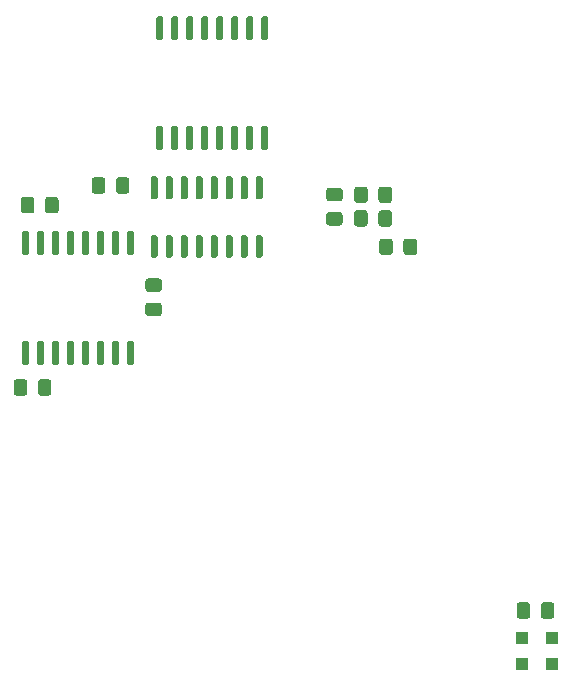
<source format=gtp>
G04 #@! TF.GenerationSoftware,KiCad,Pcbnew,(5.1.10-1-10_14)*
G04 #@! TF.CreationDate,2021-07-31T12:24:41+02:00*
G04 #@! TF.ProjectId,PowerAnalyzer_ACS71020,506f7765-7241-46e6-916c-797a65725f41,2.1*
G04 #@! TF.SameCoordinates,Original*
G04 #@! TF.FileFunction,Paste,Top*
G04 #@! TF.FilePolarity,Positive*
%FSLAX46Y46*%
G04 Gerber Fmt 4.6, Leading zero omitted, Abs format (unit mm)*
G04 Created by KiCad (PCBNEW (5.1.10-1-10_14)) date 2021-07-31 12:24:41*
%MOMM*%
%LPD*%
G01*
G04 APERTURE LIST*
%ADD10R,1.000000X1.000000*%
G04 APERTURE END LIST*
G36*
G01*
X69095000Y-162560001D02*
X69095000Y-161659999D01*
G75*
G02*
X69344999Y-161410000I249999J0D01*
G01*
X69995001Y-161410000D01*
G75*
G02*
X70245000Y-161659999I0J-249999D01*
G01*
X70245000Y-162560001D01*
G75*
G02*
X69995001Y-162810000I-249999J0D01*
G01*
X69344999Y-162810000D01*
G75*
G02*
X69095000Y-162560001I0J249999D01*
G01*
G37*
G36*
G01*
X67045000Y-162560001D02*
X67045000Y-161659999D01*
G75*
G02*
X67294999Y-161410000I249999J0D01*
G01*
X67945001Y-161410000D01*
G75*
G02*
X68195000Y-161659999I0J-249999D01*
G01*
X68195000Y-162560001D01*
G75*
G02*
X67945001Y-162810000I-249999J0D01*
G01*
X67294999Y-162810000D01*
G75*
G02*
X67045000Y-162560001I0J249999D01*
G01*
G37*
G36*
G01*
X76850000Y-144549999D02*
X76850000Y-145450001D01*
G75*
G02*
X76600001Y-145700000I-249999J0D01*
G01*
X75949999Y-145700000D01*
G75*
G02*
X75700000Y-145450001I0J249999D01*
G01*
X75700000Y-144549999D01*
G75*
G02*
X75949999Y-144300000I249999J0D01*
G01*
X76600001Y-144300000D01*
G75*
G02*
X76850000Y-144549999I0J-249999D01*
G01*
G37*
G36*
G01*
X74800000Y-144549999D02*
X74800000Y-145450001D01*
G75*
G02*
X74550001Y-145700000I-249999J0D01*
G01*
X73899999Y-145700000D01*
G75*
G02*
X73650000Y-145450001I0J249999D01*
G01*
X73650000Y-144549999D01*
G75*
G02*
X73899999Y-144300000I249999J0D01*
G01*
X74550001Y-144300000D01*
G75*
G02*
X74800000Y-144549999I0J-249999D01*
G01*
G37*
G36*
G01*
X93749999Y-147250000D02*
X94650001Y-147250000D01*
G75*
G02*
X94900000Y-147499999I0J-249999D01*
G01*
X94900000Y-148150001D01*
G75*
G02*
X94650001Y-148400000I-249999J0D01*
G01*
X93749999Y-148400000D01*
G75*
G02*
X93500000Y-148150001I0J249999D01*
G01*
X93500000Y-147499999D01*
G75*
G02*
X93749999Y-147250000I249999J0D01*
G01*
G37*
G36*
G01*
X93749999Y-145200000D02*
X94650001Y-145200000D01*
G75*
G02*
X94900000Y-145449999I0J-249999D01*
G01*
X94900000Y-146100001D01*
G75*
G02*
X94650001Y-146350000I-249999J0D01*
G01*
X93749999Y-146350000D01*
G75*
G02*
X93500000Y-146100001I0J249999D01*
G01*
X93500000Y-145449999D01*
G75*
G02*
X93749999Y-145200000I249999J0D01*
G01*
G37*
G36*
G01*
X79350001Y-154030000D02*
X78449999Y-154030000D01*
G75*
G02*
X78200000Y-153780001I0J249999D01*
G01*
X78200000Y-153129999D01*
G75*
G02*
X78449999Y-152880000I249999J0D01*
G01*
X79350001Y-152880000D01*
G75*
G02*
X79600000Y-153129999I0J-249999D01*
G01*
X79600000Y-153780001D01*
G75*
G02*
X79350001Y-154030000I-249999J0D01*
G01*
G37*
G36*
G01*
X79350001Y-156080000D02*
X78449999Y-156080000D01*
G75*
G02*
X78200000Y-155830001I0J249999D01*
G01*
X78200000Y-155179999D01*
G75*
G02*
X78449999Y-154930000I249999J0D01*
G01*
X79350001Y-154930000D01*
G75*
G02*
X79600000Y-155179999I0J-249999D01*
G01*
X79600000Y-155830001D01*
G75*
G02*
X79350001Y-156080000I-249999J0D01*
G01*
G37*
G36*
G01*
X79085000Y-151140000D02*
X78785000Y-151140000D01*
G75*
G02*
X78635000Y-150990000I0J150000D01*
G01*
X78635000Y-149340000D01*
G75*
G02*
X78785000Y-149190000I150000J0D01*
G01*
X79085000Y-149190000D01*
G75*
G02*
X79235000Y-149340000I0J-150000D01*
G01*
X79235000Y-150990000D01*
G75*
G02*
X79085000Y-151140000I-150000J0D01*
G01*
G37*
G36*
G01*
X80355000Y-151140000D02*
X80055000Y-151140000D01*
G75*
G02*
X79905000Y-150990000I0J150000D01*
G01*
X79905000Y-149340000D01*
G75*
G02*
X80055000Y-149190000I150000J0D01*
G01*
X80355000Y-149190000D01*
G75*
G02*
X80505000Y-149340000I0J-150000D01*
G01*
X80505000Y-150990000D01*
G75*
G02*
X80355000Y-151140000I-150000J0D01*
G01*
G37*
G36*
G01*
X81625000Y-151140000D02*
X81325000Y-151140000D01*
G75*
G02*
X81175000Y-150990000I0J150000D01*
G01*
X81175000Y-149340000D01*
G75*
G02*
X81325000Y-149190000I150000J0D01*
G01*
X81625000Y-149190000D01*
G75*
G02*
X81775000Y-149340000I0J-150000D01*
G01*
X81775000Y-150990000D01*
G75*
G02*
X81625000Y-151140000I-150000J0D01*
G01*
G37*
G36*
G01*
X82895000Y-151140000D02*
X82595000Y-151140000D01*
G75*
G02*
X82445000Y-150990000I0J150000D01*
G01*
X82445000Y-149340000D01*
G75*
G02*
X82595000Y-149190000I150000J0D01*
G01*
X82895000Y-149190000D01*
G75*
G02*
X83045000Y-149340000I0J-150000D01*
G01*
X83045000Y-150990000D01*
G75*
G02*
X82895000Y-151140000I-150000J0D01*
G01*
G37*
G36*
G01*
X84165000Y-151140000D02*
X83865000Y-151140000D01*
G75*
G02*
X83715000Y-150990000I0J150000D01*
G01*
X83715000Y-149340000D01*
G75*
G02*
X83865000Y-149190000I150000J0D01*
G01*
X84165000Y-149190000D01*
G75*
G02*
X84315000Y-149340000I0J-150000D01*
G01*
X84315000Y-150990000D01*
G75*
G02*
X84165000Y-151140000I-150000J0D01*
G01*
G37*
G36*
G01*
X85435000Y-151140000D02*
X85135000Y-151140000D01*
G75*
G02*
X84985000Y-150990000I0J150000D01*
G01*
X84985000Y-149340000D01*
G75*
G02*
X85135000Y-149190000I150000J0D01*
G01*
X85435000Y-149190000D01*
G75*
G02*
X85585000Y-149340000I0J-150000D01*
G01*
X85585000Y-150990000D01*
G75*
G02*
X85435000Y-151140000I-150000J0D01*
G01*
G37*
G36*
G01*
X86705000Y-151140000D02*
X86405000Y-151140000D01*
G75*
G02*
X86255000Y-150990000I0J150000D01*
G01*
X86255000Y-149340000D01*
G75*
G02*
X86405000Y-149190000I150000J0D01*
G01*
X86705000Y-149190000D01*
G75*
G02*
X86855000Y-149340000I0J-150000D01*
G01*
X86855000Y-150990000D01*
G75*
G02*
X86705000Y-151140000I-150000J0D01*
G01*
G37*
G36*
G01*
X87975000Y-151140000D02*
X87675000Y-151140000D01*
G75*
G02*
X87525000Y-150990000I0J150000D01*
G01*
X87525000Y-149340000D01*
G75*
G02*
X87675000Y-149190000I150000J0D01*
G01*
X87975000Y-149190000D01*
G75*
G02*
X88125000Y-149340000I0J-150000D01*
G01*
X88125000Y-150990000D01*
G75*
G02*
X87975000Y-151140000I-150000J0D01*
G01*
G37*
G36*
G01*
X87975000Y-146190000D02*
X87675000Y-146190000D01*
G75*
G02*
X87525000Y-146040000I0J150000D01*
G01*
X87525000Y-144390000D01*
G75*
G02*
X87675000Y-144240000I150000J0D01*
G01*
X87975000Y-144240000D01*
G75*
G02*
X88125000Y-144390000I0J-150000D01*
G01*
X88125000Y-146040000D01*
G75*
G02*
X87975000Y-146190000I-150000J0D01*
G01*
G37*
G36*
G01*
X86705000Y-146190000D02*
X86405000Y-146190000D01*
G75*
G02*
X86255000Y-146040000I0J150000D01*
G01*
X86255000Y-144390000D01*
G75*
G02*
X86405000Y-144240000I150000J0D01*
G01*
X86705000Y-144240000D01*
G75*
G02*
X86855000Y-144390000I0J-150000D01*
G01*
X86855000Y-146040000D01*
G75*
G02*
X86705000Y-146190000I-150000J0D01*
G01*
G37*
G36*
G01*
X85435000Y-146190000D02*
X85135000Y-146190000D01*
G75*
G02*
X84985000Y-146040000I0J150000D01*
G01*
X84985000Y-144390000D01*
G75*
G02*
X85135000Y-144240000I150000J0D01*
G01*
X85435000Y-144240000D01*
G75*
G02*
X85585000Y-144390000I0J-150000D01*
G01*
X85585000Y-146040000D01*
G75*
G02*
X85435000Y-146190000I-150000J0D01*
G01*
G37*
G36*
G01*
X84165000Y-146190000D02*
X83865000Y-146190000D01*
G75*
G02*
X83715000Y-146040000I0J150000D01*
G01*
X83715000Y-144390000D01*
G75*
G02*
X83865000Y-144240000I150000J0D01*
G01*
X84165000Y-144240000D01*
G75*
G02*
X84315000Y-144390000I0J-150000D01*
G01*
X84315000Y-146040000D01*
G75*
G02*
X84165000Y-146190000I-150000J0D01*
G01*
G37*
G36*
G01*
X82895000Y-146190000D02*
X82595000Y-146190000D01*
G75*
G02*
X82445000Y-146040000I0J150000D01*
G01*
X82445000Y-144390000D01*
G75*
G02*
X82595000Y-144240000I150000J0D01*
G01*
X82895000Y-144240000D01*
G75*
G02*
X83045000Y-144390000I0J-150000D01*
G01*
X83045000Y-146040000D01*
G75*
G02*
X82895000Y-146190000I-150000J0D01*
G01*
G37*
G36*
G01*
X81625000Y-146190000D02*
X81325000Y-146190000D01*
G75*
G02*
X81175000Y-146040000I0J150000D01*
G01*
X81175000Y-144390000D01*
G75*
G02*
X81325000Y-144240000I150000J0D01*
G01*
X81625000Y-144240000D01*
G75*
G02*
X81775000Y-144390000I0J-150000D01*
G01*
X81775000Y-146040000D01*
G75*
G02*
X81625000Y-146190000I-150000J0D01*
G01*
G37*
G36*
G01*
X80355000Y-146190000D02*
X80055000Y-146190000D01*
G75*
G02*
X79905000Y-146040000I0J150000D01*
G01*
X79905000Y-144390000D01*
G75*
G02*
X80055000Y-144240000I150000J0D01*
G01*
X80355000Y-144240000D01*
G75*
G02*
X80505000Y-144390000I0J-150000D01*
G01*
X80505000Y-146040000D01*
G75*
G02*
X80355000Y-146190000I-150000J0D01*
G01*
G37*
G36*
G01*
X79085000Y-146190000D02*
X78785000Y-146190000D01*
G75*
G02*
X78635000Y-146040000I0J150000D01*
G01*
X78635000Y-144390000D01*
G75*
G02*
X78785000Y-144240000I150000J0D01*
G01*
X79085000Y-144240000D01*
G75*
G02*
X79235000Y-144390000I0J-150000D01*
G01*
X79235000Y-146040000D01*
G75*
G02*
X79085000Y-146190000I-150000J0D01*
G01*
G37*
G36*
G01*
X68205000Y-160203000D02*
X67905000Y-160203000D01*
G75*
G02*
X67755000Y-160053000I0J150000D01*
G01*
X67755000Y-158303000D01*
G75*
G02*
X67905000Y-158153000I150000J0D01*
G01*
X68205000Y-158153000D01*
G75*
G02*
X68355000Y-158303000I0J-150000D01*
G01*
X68355000Y-160053000D01*
G75*
G02*
X68205000Y-160203000I-150000J0D01*
G01*
G37*
G36*
G01*
X69475000Y-160203000D02*
X69175000Y-160203000D01*
G75*
G02*
X69025000Y-160053000I0J150000D01*
G01*
X69025000Y-158303000D01*
G75*
G02*
X69175000Y-158153000I150000J0D01*
G01*
X69475000Y-158153000D01*
G75*
G02*
X69625000Y-158303000I0J-150000D01*
G01*
X69625000Y-160053000D01*
G75*
G02*
X69475000Y-160203000I-150000J0D01*
G01*
G37*
G36*
G01*
X70745000Y-160203000D02*
X70445000Y-160203000D01*
G75*
G02*
X70295000Y-160053000I0J150000D01*
G01*
X70295000Y-158303000D01*
G75*
G02*
X70445000Y-158153000I150000J0D01*
G01*
X70745000Y-158153000D01*
G75*
G02*
X70895000Y-158303000I0J-150000D01*
G01*
X70895000Y-160053000D01*
G75*
G02*
X70745000Y-160203000I-150000J0D01*
G01*
G37*
G36*
G01*
X72015000Y-160203000D02*
X71715000Y-160203000D01*
G75*
G02*
X71565000Y-160053000I0J150000D01*
G01*
X71565000Y-158303000D01*
G75*
G02*
X71715000Y-158153000I150000J0D01*
G01*
X72015000Y-158153000D01*
G75*
G02*
X72165000Y-158303000I0J-150000D01*
G01*
X72165000Y-160053000D01*
G75*
G02*
X72015000Y-160203000I-150000J0D01*
G01*
G37*
G36*
G01*
X73285000Y-160203000D02*
X72985000Y-160203000D01*
G75*
G02*
X72835000Y-160053000I0J150000D01*
G01*
X72835000Y-158303000D01*
G75*
G02*
X72985000Y-158153000I150000J0D01*
G01*
X73285000Y-158153000D01*
G75*
G02*
X73435000Y-158303000I0J-150000D01*
G01*
X73435000Y-160053000D01*
G75*
G02*
X73285000Y-160203000I-150000J0D01*
G01*
G37*
G36*
G01*
X74555000Y-160203000D02*
X74255000Y-160203000D01*
G75*
G02*
X74105000Y-160053000I0J150000D01*
G01*
X74105000Y-158303000D01*
G75*
G02*
X74255000Y-158153000I150000J0D01*
G01*
X74555000Y-158153000D01*
G75*
G02*
X74705000Y-158303000I0J-150000D01*
G01*
X74705000Y-160053000D01*
G75*
G02*
X74555000Y-160203000I-150000J0D01*
G01*
G37*
G36*
G01*
X75825000Y-160203000D02*
X75525000Y-160203000D01*
G75*
G02*
X75375000Y-160053000I0J150000D01*
G01*
X75375000Y-158303000D01*
G75*
G02*
X75525000Y-158153000I150000J0D01*
G01*
X75825000Y-158153000D01*
G75*
G02*
X75975000Y-158303000I0J-150000D01*
G01*
X75975000Y-160053000D01*
G75*
G02*
X75825000Y-160203000I-150000J0D01*
G01*
G37*
G36*
G01*
X77095000Y-160203000D02*
X76795000Y-160203000D01*
G75*
G02*
X76645000Y-160053000I0J150000D01*
G01*
X76645000Y-158303000D01*
G75*
G02*
X76795000Y-158153000I150000J0D01*
G01*
X77095000Y-158153000D01*
G75*
G02*
X77245000Y-158303000I0J-150000D01*
G01*
X77245000Y-160053000D01*
G75*
G02*
X77095000Y-160203000I-150000J0D01*
G01*
G37*
G36*
G01*
X77095000Y-150903000D02*
X76795000Y-150903000D01*
G75*
G02*
X76645000Y-150753000I0J150000D01*
G01*
X76645000Y-149003000D01*
G75*
G02*
X76795000Y-148853000I150000J0D01*
G01*
X77095000Y-148853000D01*
G75*
G02*
X77245000Y-149003000I0J-150000D01*
G01*
X77245000Y-150753000D01*
G75*
G02*
X77095000Y-150903000I-150000J0D01*
G01*
G37*
G36*
G01*
X75825000Y-150903000D02*
X75525000Y-150903000D01*
G75*
G02*
X75375000Y-150753000I0J150000D01*
G01*
X75375000Y-149003000D01*
G75*
G02*
X75525000Y-148853000I150000J0D01*
G01*
X75825000Y-148853000D01*
G75*
G02*
X75975000Y-149003000I0J-150000D01*
G01*
X75975000Y-150753000D01*
G75*
G02*
X75825000Y-150903000I-150000J0D01*
G01*
G37*
G36*
G01*
X74555000Y-150903000D02*
X74255000Y-150903000D01*
G75*
G02*
X74105000Y-150753000I0J150000D01*
G01*
X74105000Y-149003000D01*
G75*
G02*
X74255000Y-148853000I150000J0D01*
G01*
X74555000Y-148853000D01*
G75*
G02*
X74705000Y-149003000I0J-150000D01*
G01*
X74705000Y-150753000D01*
G75*
G02*
X74555000Y-150903000I-150000J0D01*
G01*
G37*
G36*
G01*
X73285000Y-150903000D02*
X72985000Y-150903000D01*
G75*
G02*
X72835000Y-150753000I0J150000D01*
G01*
X72835000Y-149003000D01*
G75*
G02*
X72985000Y-148853000I150000J0D01*
G01*
X73285000Y-148853000D01*
G75*
G02*
X73435000Y-149003000I0J-150000D01*
G01*
X73435000Y-150753000D01*
G75*
G02*
X73285000Y-150903000I-150000J0D01*
G01*
G37*
G36*
G01*
X72015000Y-150903000D02*
X71715000Y-150903000D01*
G75*
G02*
X71565000Y-150753000I0J150000D01*
G01*
X71565000Y-149003000D01*
G75*
G02*
X71715000Y-148853000I150000J0D01*
G01*
X72015000Y-148853000D01*
G75*
G02*
X72165000Y-149003000I0J-150000D01*
G01*
X72165000Y-150753000D01*
G75*
G02*
X72015000Y-150903000I-150000J0D01*
G01*
G37*
G36*
G01*
X70745000Y-150903000D02*
X70445000Y-150903000D01*
G75*
G02*
X70295000Y-150753000I0J150000D01*
G01*
X70295000Y-149003000D01*
G75*
G02*
X70445000Y-148853000I150000J0D01*
G01*
X70745000Y-148853000D01*
G75*
G02*
X70895000Y-149003000I0J-150000D01*
G01*
X70895000Y-150753000D01*
G75*
G02*
X70745000Y-150903000I-150000J0D01*
G01*
G37*
G36*
G01*
X69475000Y-150903000D02*
X69175000Y-150903000D01*
G75*
G02*
X69025000Y-150753000I0J150000D01*
G01*
X69025000Y-149003000D01*
G75*
G02*
X69175000Y-148853000I150000J0D01*
G01*
X69475000Y-148853000D01*
G75*
G02*
X69625000Y-149003000I0J-150000D01*
G01*
X69625000Y-150753000D01*
G75*
G02*
X69475000Y-150903000I-150000J0D01*
G01*
G37*
G36*
G01*
X68205000Y-150903000D02*
X67905000Y-150903000D01*
G75*
G02*
X67755000Y-150753000I0J150000D01*
G01*
X67755000Y-149003000D01*
G75*
G02*
X67905000Y-148853000I150000J0D01*
G01*
X68205000Y-148853000D01*
G75*
G02*
X68355000Y-149003000I0J-150000D01*
G01*
X68355000Y-150753000D01*
G75*
G02*
X68205000Y-150903000I-150000J0D01*
G01*
G37*
G36*
G01*
X99075000Y-145349999D02*
X99075000Y-146250001D01*
G75*
G02*
X98825001Y-146500000I-249999J0D01*
G01*
X98174999Y-146500000D01*
G75*
G02*
X97925000Y-146250001I0J249999D01*
G01*
X97925000Y-145349999D01*
G75*
G02*
X98174999Y-145100000I249999J0D01*
G01*
X98825001Y-145100000D01*
G75*
G02*
X99075000Y-145349999I0J-249999D01*
G01*
G37*
G36*
G01*
X97025000Y-145349999D02*
X97025000Y-146250001D01*
G75*
G02*
X96775001Y-146500000I-249999J0D01*
G01*
X96124999Y-146500000D01*
G75*
G02*
X95875000Y-146250001I0J249999D01*
G01*
X95875000Y-145349999D01*
G75*
G02*
X96124999Y-145100000I249999J0D01*
G01*
X96775001Y-145100000D01*
G75*
G02*
X97025000Y-145349999I0J-249999D01*
G01*
G37*
G36*
G01*
X88153000Y-139968000D02*
X88453000Y-139968000D01*
G75*
G02*
X88603000Y-140118000I0J-150000D01*
G01*
X88603000Y-141868000D01*
G75*
G02*
X88453000Y-142018000I-150000J0D01*
G01*
X88153000Y-142018000D01*
G75*
G02*
X88003000Y-141868000I0J150000D01*
G01*
X88003000Y-140118000D01*
G75*
G02*
X88153000Y-139968000I150000J0D01*
G01*
G37*
G36*
G01*
X86883000Y-139968000D02*
X87183000Y-139968000D01*
G75*
G02*
X87333000Y-140118000I0J-150000D01*
G01*
X87333000Y-141868000D01*
G75*
G02*
X87183000Y-142018000I-150000J0D01*
G01*
X86883000Y-142018000D01*
G75*
G02*
X86733000Y-141868000I0J150000D01*
G01*
X86733000Y-140118000D01*
G75*
G02*
X86883000Y-139968000I150000J0D01*
G01*
G37*
G36*
G01*
X85613000Y-139968000D02*
X85913000Y-139968000D01*
G75*
G02*
X86063000Y-140118000I0J-150000D01*
G01*
X86063000Y-141868000D01*
G75*
G02*
X85913000Y-142018000I-150000J0D01*
G01*
X85613000Y-142018000D01*
G75*
G02*
X85463000Y-141868000I0J150000D01*
G01*
X85463000Y-140118000D01*
G75*
G02*
X85613000Y-139968000I150000J0D01*
G01*
G37*
G36*
G01*
X84343000Y-139968000D02*
X84643000Y-139968000D01*
G75*
G02*
X84793000Y-140118000I0J-150000D01*
G01*
X84793000Y-141868000D01*
G75*
G02*
X84643000Y-142018000I-150000J0D01*
G01*
X84343000Y-142018000D01*
G75*
G02*
X84193000Y-141868000I0J150000D01*
G01*
X84193000Y-140118000D01*
G75*
G02*
X84343000Y-139968000I150000J0D01*
G01*
G37*
G36*
G01*
X83073000Y-139968000D02*
X83373000Y-139968000D01*
G75*
G02*
X83523000Y-140118000I0J-150000D01*
G01*
X83523000Y-141868000D01*
G75*
G02*
X83373000Y-142018000I-150000J0D01*
G01*
X83073000Y-142018000D01*
G75*
G02*
X82923000Y-141868000I0J150000D01*
G01*
X82923000Y-140118000D01*
G75*
G02*
X83073000Y-139968000I150000J0D01*
G01*
G37*
G36*
G01*
X81803000Y-139968000D02*
X82103000Y-139968000D01*
G75*
G02*
X82253000Y-140118000I0J-150000D01*
G01*
X82253000Y-141868000D01*
G75*
G02*
X82103000Y-142018000I-150000J0D01*
G01*
X81803000Y-142018000D01*
G75*
G02*
X81653000Y-141868000I0J150000D01*
G01*
X81653000Y-140118000D01*
G75*
G02*
X81803000Y-139968000I150000J0D01*
G01*
G37*
G36*
G01*
X80533000Y-139968000D02*
X80833000Y-139968000D01*
G75*
G02*
X80983000Y-140118000I0J-150000D01*
G01*
X80983000Y-141868000D01*
G75*
G02*
X80833000Y-142018000I-150000J0D01*
G01*
X80533000Y-142018000D01*
G75*
G02*
X80383000Y-141868000I0J150000D01*
G01*
X80383000Y-140118000D01*
G75*
G02*
X80533000Y-139968000I150000J0D01*
G01*
G37*
G36*
G01*
X79263000Y-139968000D02*
X79563000Y-139968000D01*
G75*
G02*
X79713000Y-140118000I0J-150000D01*
G01*
X79713000Y-141868000D01*
G75*
G02*
X79563000Y-142018000I-150000J0D01*
G01*
X79263000Y-142018000D01*
G75*
G02*
X79113000Y-141868000I0J150000D01*
G01*
X79113000Y-140118000D01*
G75*
G02*
X79263000Y-139968000I150000J0D01*
G01*
G37*
G36*
G01*
X79263000Y-130668000D02*
X79563000Y-130668000D01*
G75*
G02*
X79713000Y-130818000I0J-150000D01*
G01*
X79713000Y-132568000D01*
G75*
G02*
X79563000Y-132718000I-150000J0D01*
G01*
X79263000Y-132718000D01*
G75*
G02*
X79113000Y-132568000I0J150000D01*
G01*
X79113000Y-130818000D01*
G75*
G02*
X79263000Y-130668000I150000J0D01*
G01*
G37*
G36*
G01*
X80533000Y-130668000D02*
X80833000Y-130668000D01*
G75*
G02*
X80983000Y-130818000I0J-150000D01*
G01*
X80983000Y-132568000D01*
G75*
G02*
X80833000Y-132718000I-150000J0D01*
G01*
X80533000Y-132718000D01*
G75*
G02*
X80383000Y-132568000I0J150000D01*
G01*
X80383000Y-130818000D01*
G75*
G02*
X80533000Y-130668000I150000J0D01*
G01*
G37*
G36*
G01*
X81803000Y-130668000D02*
X82103000Y-130668000D01*
G75*
G02*
X82253000Y-130818000I0J-150000D01*
G01*
X82253000Y-132568000D01*
G75*
G02*
X82103000Y-132718000I-150000J0D01*
G01*
X81803000Y-132718000D01*
G75*
G02*
X81653000Y-132568000I0J150000D01*
G01*
X81653000Y-130818000D01*
G75*
G02*
X81803000Y-130668000I150000J0D01*
G01*
G37*
G36*
G01*
X83073000Y-130668000D02*
X83373000Y-130668000D01*
G75*
G02*
X83523000Y-130818000I0J-150000D01*
G01*
X83523000Y-132568000D01*
G75*
G02*
X83373000Y-132718000I-150000J0D01*
G01*
X83073000Y-132718000D01*
G75*
G02*
X82923000Y-132568000I0J150000D01*
G01*
X82923000Y-130818000D01*
G75*
G02*
X83073000Y-130668000I150000J0D01*
G01*
G37*
G36*
G01*
X84343000Y-130668000D02*
X84643000Y-130668000D01*
G75*
G02*
X84793000Y-130818000I0J-150000D01*
G01*
X84793000Y-132568000D01*
G75*
G02*
X84643000Y-132718000I-150000J0D01*
G01*
X84343000Y-132718000D01*
G75*
G02*
X84193000Y-132568000I0J150000D01*
G01*
X84193000Y-130818000D01*
G75*
G02*
X84343000Y-130668000I150000J0D01*
G01*
G37*
G36*
G01*
X85613000Y-130668000D02*
X85913000Y-130668000D01*
G75*
G02*
X86063000Y-130818000I0J-150000D01*
G01*
X86063000Y-132568000D01*
G75*
G02*
X85913000Y-132718000I-150000J0D01*
G01*
X85613000Y-132718000D01*
G75*
G02*
X85463000Y-132568000I0J150000D01*
G01*
X85463000Y-130818000D01*
G75*
G02*
X85613000Y-130668000I150000J0D01*
G01*
G37*
G36*
G01*
X86883000Y-130668000D02*
X87183000Y-130668000D01*
G75*
G02*
X87333000Y-130818000I0J-150000D01*
G01*
X87333000Y-132568000D01*
G75*
G02*
X87183000Y-132718000I-150000J0D01*
G01*
X86883000Y-132718000D01*
G75*
G02*
X86733000Y-132568000I0J150000D01*
G01*
X86733000Y-130818000D01*
G75*
G02*
X86883000Y-130668000I150000J0D01*
G01*
G37*
G36*
G01*
X88153000Y-130668000D02*
X88453000Y-130668000D01*
G75*
G02*
X88603000Y-130818000I0J-150000D01*
G01*
X88603000Y-132568000D01*
G75*
G02*
X88453000Y-132718000I-150000J0D01*
G01*
X88153000Y-132718000D01*
G75*
G02*
X88003000Y-132568000I0J150000D01*
G01*
X88003000Y-130818000D01*
G75*
G02*
X88153000Y-130668000I150000J0D01*
G01*
G37*
G36*
G01*
X67650000Y-147120001D02*
X67650000Y-146219999D01*
G75*
G02*
X67899999Y-145970000I249999J0D01*
G01*
X68550001Y-145970000D01*
G75*
G02*
X68800000Y-146219999I0J-249999D01*
G01*
X68800000Y-147120001D01*
G75*
G02*
X68550001Y-147370000I-249999J0D01*
G01*
X67899999Y-147370000D01*
G75*
G02*
X67650000Y-147120001I0J249999D01*
G01*
G37*
G36*
G01*
X69700000Y-147120001D02*
X69700000Y-146219999D01*
G75*
G02*
X69949999Y-145970000I249999J0D01*
G01*
X70600001Y-145970000D01*
G75*
G02*
X70850000Y-146219999I0J-249999D01*
G01*
X70850000Y-147120001D01*
G75*
G02*
X70600001Y-147370000I-249999J0D01*
G01*
X69949999Y-147370000D01*
G75*
G02*
X69700000Y-147120001I0J249999D01*
G01*
G37*
G36*
G01*
X97025000Y-147349999D02*
X97025000Y-148250001D01*
G75*
G02*
X96775001Y-148500000I-249999J0D01*
G01*
X96124999Y-148500000D01*
G75*
G02*
X95875000Y-148250001I0J249999D01*
G01*
X95875000Y-147349999D01*
G75*
G02*
X96124999Y-147100000I249999J0D01*
G01*
X96775001Y-147100000D01*
G75*
G02*
X97025000Y-147349999I0J-249999D01*
G01*
G37*
G36*
G01*
X99075000Y-147349999D02*
X99075000Y-148250001D01*
G75*
G02*
X98825001Y-148500000I-249999J0D01*
G01*
X98174999Y-148500000D01*
G75*
G02*
X97925000Y-148250001I0J249999D01*
G01*
X97925000Y-147349999D01*
G75*
G02*
X98174999Y-147100000I249999J0D01*
G01*
X98825001Y-147100000D01*
G75*
G02*
X99075000Y-147349999I0J-249999D01*
G01*
G37*
G36*
G01*
X101200000Y-149749999D02*
X101200000Y-150650001D01*
G75*
G02*
X100950001Y-150900000I-249999J0D01*
G01*
X100299999Y-150900000D01*
G75*
G02*
X100050000Y-150650001I0J249999D01*
G01*
X100050000Y-149749999D01*
G75*
G02*
X100299999Y-149500000I249999J0D01*
G01*
X100950001Y-149500000D01*
G75*
G02*
X101200000Y-149749999I0J-249999D01*
G01*
G37*
G36*
G01*
X99150000Y-149749999D02*
X99150000Y-150650001D01*
G75*
G02*
X98900001Y-150900000I-249999J0D01*
G01*
X98249999Y-150900000D01*
G75*
G02*
X98000000Y-150650001I0J249999D01*
G01*
X98000000Y-149749999D01*
G75*
G02*
X98249999Y-149500000I249999J0D01*
G01*
X98900001Y-149500000D01*
G75*
G02*
X99150000Y-149749999I0J-249999D01*
G01*
G37*
D10*
X112600000Y-183350000D03*
X110100000Y-183350000D03*
X110100000Y-185500000D03*
X112600000Y-185500000D03*
G36*
G01*
X112825000Y-180549999D02*
X112825000Y-181450001D01*
G75*
G02*
X112575001Y-181700000I-249999J0D01*
G01*
X111924999Y-181700000D01*
G75*
G02*
X111675000Y-181450001I0J249999D01*
G01*
X111675000Y-180549999D01*
G75*
G02*
X111924999Y-180300000I249999J0D01*
G01*
X112575001Y-180300000D01*
G75*
G02*
X112825000Y-180549999I0J-249999D01*
G01*
G37*
G36*
G01*
X110775000Y-180549999D02*
X110775000Y-181450001D01*
G75*
G02*
X110525001Y-181700000I-249999J0D01*
G01*
X109874999Y-181700000D01*
G75*
G02*
X109625000Y-181450001I0J249999D01*
G01*
X109625000Y-180549999D01*
G75*
G02*
X109874999Y-180300000I249999J0D01*
G01*
X110525001Y-180300000D01*
G75*
G02*
X110775000Y-180549999I0J-249999D01*
G01*
G37*
M02*

</source>
